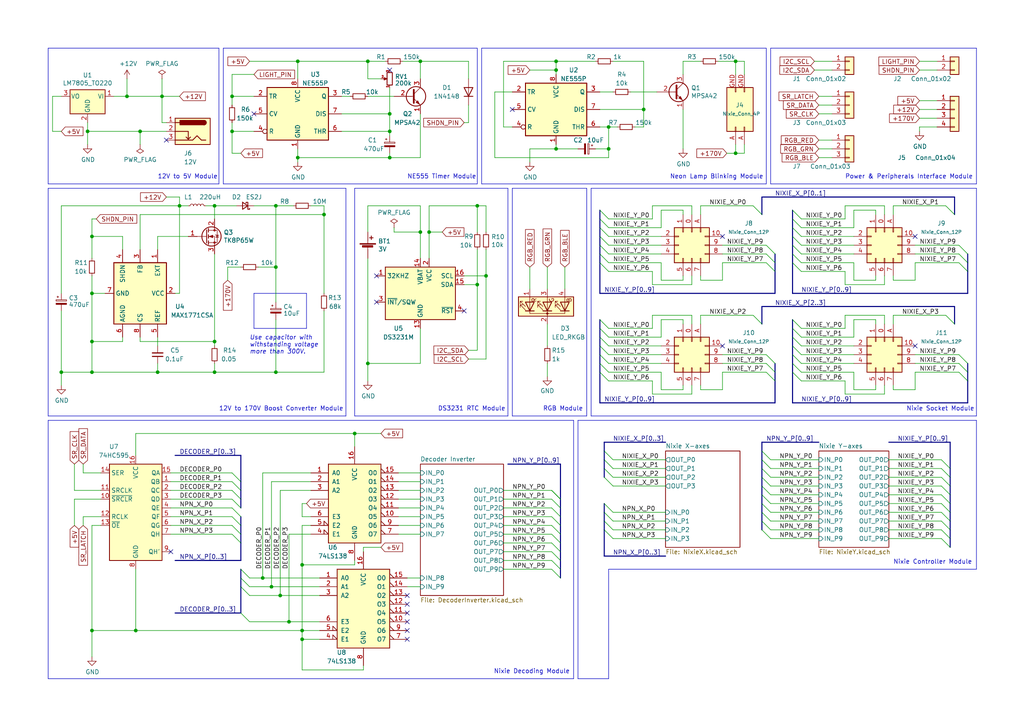
<source format=kicad_sch>
(kicad_sch (version 20230121) (generator eeschema)
  (paper "A4")
  (title_block (title "OpenNixie") (date "2023-02-09") (rev "v2.0"))
  (junction (at 26.67 182.88))
  (junction (at 81.28 172.72))
  (junction (at 62.23 99.06))
  (junction (at 124.46 67.31))
  (junction (at 161.29 43.18))
  (junction (at 40.64 38.1))
  (junction (at 46.99 27.94))
  (junction (at 78.74 170.18))
  (junction (at 161.29 20.32))
  (junction (at 67.31 38.1))
  (junction (at 121.92 67.31))
  (junction (at 76.2 167.64))
  (junction (at 161.29 17.78))
  (junction (at 80.01 107.95))
  (junction (at 87.63 182.88))
  (junction (at 176.53 36.83))
  (junction (at 80.01 77.47))
  (junction (at 113.03 33.02))
  (junction (at 17.78 107.95))
  (junction (at 121.92 17.78))
  (junction (at 87.63 185.42))
  (junction (at 52.07 59.69))
  (junction (at 138.43 59.69))
  (junction (at 36.83 27.94))
  (junction (at 26.67 107.95))
  (junction (at 106.68 17.78))
  (junction (at 176.53 43.18))
  (junction (at 93.98 62.23))
  (junction (at 62.23 59.69))
  (junction (at 62.23 107.95))
  (junction (at 26.67 99.06))
  (junction (at 186.69 31.75))
  (junction (at 140.97 80.01))
  (junction (at 86.36 45.72))
  (junction (at 80.01 59.69))
  (junction (at 87.63 163.83))
  (junction (at 102.87 125.73))
  (junction (at 26.67 68.58))
  (junction (at 138.43 82.55))
  (junction (at 67.31 27.94))
  (junction (at 213.36 44.45))
  (junction (at 86.36 17.78))
  (junction (at 25.4 38.1))
  (junction (at 39.37 182.88))
  (junction (at 113.03 45.72))
  (junction (at 26.67 85.09))
  (junction (at 106.68 105.41))
  (junction (at 213.36 17.78))
  (junction (at 113.03 38.1))
  (junction (at 45.72 107.95))
  (junction (at 83.82 180.34))
  (no_connect (at 109.22 87.63))
  (no_connect (at 265.43 68.58))
  (no_connect (at 265.43 100.33))
  (no_connect (at 209.55 68.58))
  (no_connect (at 118.11 185.42))
  (no_connect (at 118.11 177.8))
  (no_connect (at 49.53 160.02))
  (no_connect (at 113.03 20.32))
  (no_connect (at 118.11 175.26))
  (no_connect (at 48.26 40.64))
  (no_connect (at 109.22 80.01))
  (no_connect (at 209.55 100.33))
  (no_connect (at 118.11 180.34))
  (no_connect (at 118.11 182.88))
  (no_connect (at 134.62 90.17))
  (no_connect (at 148.59 31.75))
  (no_connect (at 118.11 172.72))
  (no_connect (at 73.66 33.02))
  (bus_entry (at 229.87 68.58) (size 2.54 2.54))
  (bus_entry (at 173.99 95.25) (size 2.54 2.54))
  (bus_entry (at 69.85 177.8) (size 2.54 2.54))
  (bus_entry (at 273.05 133.35) (size 2.54 2.54))
  (bus_entry (at 273.05 143.51) (size 2.54 2.54))
  (bus_entry (at 67.31 152.4) (size 2.54 2.54))
  (bus_entry (at 160.02 160.02) (size 2.54 2.54))
  (bus_entry (at 67.31 147.32) (size 2.54 2.54))
  (bus_entry (at 175.26 138.43) (size 2.54 2.54))
  (bus_entry (at 67.31 154.94) (size 2.54 2.54))
  (bus_entry (at 175.26 153.67) (size 2.54 2.54))
  (bus_entry (at 173.99 73.66) (size 2.54 2.54))
  (bus_entry (at 160.02 149.86) (size 2.54 2.54))
  (bus_entry (at 229.87 66.04) (size 2.54 2.54))
  (bus_entry (at 278.13 107.95) (size 2.54 2.54))
  (bus_entry (at 160.02 147.32) (size 2.54 2.54))
  (bus_entry (at 222.25 76.2) (size 2.54 2.54))
  (bus_entry (at 175.26 135.89) (size 2.54 2.54))
  (bus_entry (at 229.87 60.96) (size 2.54 2.54))
  (bus_entry (at 273.05 148.59) (size 2.54 2.54))
  (bus_entry (at 274.32 59.69) (size 2.54 2.54))
  (bus_entry (at 175.26 133.35) (size 2.54 2.54))
  (bus_entry (at 160.02 142.24) (size 2.54 2.54))
  (bus_entry (at 229.87 76.2) (size 2.54 2.54))
  (bus_entry (at 220.98 146.05) (size 2.54 2.54))
  (bus_entry (at 67.31 149.86) (size 2.54 2.54))
  (bus_entry (at 278.13 76.2) (size 2.54 2.54))
  (bus_entry (at 69.85 167.64) (size 2.54 2.54))
  (bus_entry (at 173.99 71.12) (size 2.54 2.54))
  (bus_entry (at 220.98 148.59) (size 2.54 2.54))
  (bus_entry (at 220.98 151.13) (size 2.54 2.54))
  (bus_entry (at 278.13 71.12) (size 2.54 2.54))
  (bus_entry (at 222.25 73.66) (size 2.54 2.54))
  (bus_entry (at 173.99 68.58) (size 2.54 2.54))
  (bus_entry (at 220.98 135.89) (size 2.54 2.54))
  (bus_entry (at 229.87 100.33) (size 2.54 2.54))
  (bus_entry (at 175.26 151.13) (size 2.54 2.54))
  (bus_entry (at 173.99 102.87) (size 2.54 2.54))
  (bus_entry (at 274.32 91.44) (size 2.54 2.54))
  (bus_entry (at 222.25 102.87) (size 2.54 2.54))
  (bus_entry (at 173.99 76.2) (size 2.54 2.54))
  (bus_entry (at 222.25 107.95) (size 2.54 2.54))
  (bus_entry (at 173.99 66.04) (size 2.54 2.54))
  (bus_entry (at 229.87 97.79) (size 2.54 2.54))
  (bus_entry (at 220.98 138.43) (size 2.54 2.54))
  (bus_entry (at 173.99 105.41) (size 2.54 2.54))
  (bus_entry (at 173.99 92.71) (size 2.54 2.54))
  (bus_entry (at 229.87 73.66) (size 2.54 2.54))
  (bus_entry (at 273.05 140.97) (size 2.54 2.54))
  (bus_entry (at 220.98 140.97) (size 2.54 2.54))
  (bus_entry (at 220.98 130.81) (size 2.54 2.54))
  (bus_entry (at 69.85 165.1) (size 2.54 2.54))
  (bus_entry (at 175.26 130.81) (size 2.54 2.54))
  (bus_entry (at 273.05 138.43) (size 2.54 2.54))
  (bus_entry (at 229.87 92.71) (size 2.54 2.54))
  (bus_entry (at 175.26 148.59) (size 2.54 2.54))
  (bus_entry (at 229.87 102.87) (size 2.54 2.54))
  (bus_entry (at 229.87 107.95) (size 2.54 2.54))
  (bus_entry (at 222.25 71.12) (size 2.54 2.54))
  (bus_entry (at 229.87 63.5) (size 2.54 2.54))
  (bus_entry (at 229.87 105.41) (size 2.54 2.54))
  (bus_entry (at 67.31 144.78) (size 2.54 2.54))
  (bus_entry (at 220.98 143.51) (size 2.54 2.54))
  (bus_entry (at 160.02 154.94) (size 2.54 2.54))
  (bus_entry (at 278.13 105.41) (size 2.54 2.54))
  (bus_entry (at 160.02 162.56) (size 2.54 2.54))
  (bus_entry (at 173.99 97.79) (size 2.54 2.54))
  (bus_entry (at 175.26 146.05) (size 2.54 2.54))
  (bus_entry (at 222.25 105.41) (size 2.54 2.54))
  (bus_entry (at 160.02 142.24) (size 2.54 2.54))
  (bus_entry (at 278.13 102.87) (size 2.54 2.54))
  (bus_entry (at 67.31 142.24) (size 2.54 2.54))
  (bus_entry (at 173.99 60.96) (size 2.54 2.54))
  (bus_entry (at 229.87 71.12) (size 2.54 2.54))
  (bus_entry (at 273.05 135.89) (size 2.54 2.54))
  (bus_entry (at 160.02 144.78) (size 2.54 2.54))
  (bus_entry (at 220.98 133.35) (size 2.54 2.54))
  (bus_entry (at 273.05 153.67) (size 2.54 2.54))
  (bus_entry (at 67.31 137.16) (size 2.54 2.54))
  (bus_entry (at 160.02 157.48) (size 2.54 2.54))
  (bus_entry (at 160.02 152.4) (size 2.54 2.54))
  (bus_entry (at 218.44 91.44) (size 2.54 2.54))
  (bus_entry (at 69.85 170.18) (size 2.54 2.54))
  (bus_entry (at 160.02 165.1) (size 2.54 2.54))
  (bus_entry (at 67.31 139.7) (size 2.54 2.54))
  (bus_entry (at 273.05 146.05) (size 2.54 2.54))
  (bus_entry (at 278.13 73.66) (size 2.54 2.54))
  (bus_entry (at 220.98 153.67) (size 2.54 2.54))
  (bus_entry (at 273.05 151.13) (size 2.54 2.54))
  (bus_entry (at 273.05 156.21) (size 2.54 2.54))
  (bus_entry (at 173.99 100.33) (size 2.54 2.54))
  (bus_entry (at 173.99 63.5) (size 2.54 2.54))
  (bus_entry (at 218.44 59.69) (size 2.54 2.54))
  (bus_entry (at 173.99 107.95) (size 2.54 2.54))
  (bus_entry (at 229.87 95.25) (size 2.54 2.54))
  (wire (pts (xy 247.65 107.95) (xy 232.41 107.95)))
  (bus (pts (xy 229.87 107.95) (xy 229.87 116.84)))
  (wire (pts (xy 140.97 80.01) (xy 140.97 104.14)))
  (wire (pts (xy 21.59 142.24) (xy 29.21 142.24)))
  (wire (pts (xy 209.55 76.2) (xy 209.55 81.28)))
  (wire (pts (xy 48.26 57.15) (xy 52.07 57.15)))
  (wire (pts (xy 254 113.03) (xy 247.65 113.03)))
  (wire (pts (xy 134.62 80.01) (xy 140.97 80.01)))
  (wire (pts (xy 49.53 137.16) (xy 67.31 137.16)))
  (wire (pts (xy 265.43 102.87) (xy 278.13 102.87)))
  (wire (pts (xy 177.8 156.21) (xy 193.04 156.21)))
  (wire (pts (xy 271.78 31.75) (xy 266.7 31.75)))
  (wire (pts (xy 256.54 82.55) (xy 245.11 82.55)))
  (bus (pts (xy 224.79 76.2) (xy 224.79 78.74)))
  (wire (pts (xy 237.49 40.64) (xy 241.3 40.64)))
  (wire (pts (xy 223.52 135.89) (xy 237.49 135.89)))
  (bus (pts (xy 224.79 73.66) (xy 224.79 76.2)))
  (wire (pts (xy 62.23 99.06) (xy 62.23 100.33)))
  (bus (pts (xy 229.87 60.96) (xy 229.87 63.5)))
  (wire (pts (xy 69.85 77.47) (xy 66.04 77.47)))
  (wire (pts (xy 146.05 157.48) (xy 160.02 157.48)))
  (wire (pts (xy 245.11 114.3) (xy 245.11 110.49)))
  (wire (pts (xy 200.66 93.98) (xy 200.66 91.44)))
  (wire (pts (xy 209.55 81.28) (xy 203.2 81.28)))
  (wire (pts (xy 257.81 156.21) (xy 273.05 156.21)))
  (wire (pts (xy 15.24 38.1) (xy 15.24 27.94)))
  (wire (pts (xy 191.77 113.03) (xy 191.77 107.95)))
  (wire (pts (xy 76.2 137.16) (xy 76.2 167.64)))
  (wire (pts (xy 87.63 152.4) (xy 90.17 152.4)))
  (wire (pts (xy 198.12 81.28) (xy 191.77 81.28)))
  (wire (pts (xy 200.66 114.3) (xy 189.23 114.3)))
  (bus (pts (xy 257.81 128.27) (xy 275.59 128.27)))
  (polyline (pts (xy 223.52 53.34) (xy 283.21 53.34)))
  (wire (pts (xy 146.05 36.83) (xy 146.05 17.78)))
  (wire (pts (xy 140.97 72.39) (xy 140.97 80.01)))
  (wire (pts (xy 177.8 138.43) (xy 193.04 138.43)))
  (bus (pts (xy 162.56 147.32) (xy 162.56 149.86)))
  (wire (pts (xy 78.74 170.18) (xy 92.71 170.18)))
  (wire (pts (xy 115.57 139.7) (xy 121.92 139.7)))
  (wire (pts (xy 213.36 44.45) (xy 215.9 44.45)))
  (wire (pts (xy 106.68 110.49) (xy 106.68 105.41)))
  (wire (pts (xy 76.2 167.64) (xy 92.71 167.64)))
  (wire (pts (xy 177.8 153.67) (xy 193.04 153.67)))
  (wire (pts (xy 21.59 134.62) (xy 21.59 142.24)))
  (wire (pts (xy 106.68 74.93) (xy 106.68 105.41)))
  (wire (pts (xy 115.57 152.4) (xy 121.92 152.4)))
  (wire (pts (xy 245.11 82.55) (xy 245.11 78.74)))
  (bus (pts (xy 173.99 66.04) (xy 173.99 68.58)))
  (polyline (pts (xy 171.45 120.65) (xy 283.21 120.65)))
  (wire (pts (xy 208.28 17.78) (xy 213.36 17.78)))
  (wire (pts (xy 106.68 59.69) (xy 106.68 67.31)))
  (polyline (pts (xy 13.97 120.65) (xy 13.97 54.61)))
  (wire (pts (xy 80.01 59.69) (xy 80.01 77.47)))
  (wire (pts (xy 52.07 27.94) (xy 46.99 27.94)))
  (wire (pts (xy 223.52 151.13) (xy 237.49 151.13)))
  (bus (pts (xy 224.79 110.49) (xy 224.79 116.84)))
  (wire (pts (xy 148.59 36.83) (xy 146.05 36.83)))
  (wire (pts (xy 265.43 76.2) (xy 278.13 76.2)))
  (wire (pts (xy 247.65 76.2) (xy 232.41 76.2)))
  (bus (pts (xy 220.98 57.15) (xy 276.86 57.15)))
  (wire (pts (xy 46.99 22.86) (xy 46.99 27.94)))
  (wire (pts (xy 266.7 38.1) (xy 266.7 36.83)))
  (polyline (pts (xy 222.25 53.34) (xy 139.7 53.34)))
  (wire (pts (xy 74.93 77.47) (xy 80.01 77.47)))
  (wire (pts (xy 121.92 17.78) (xy 135.89 17.78)))
  (wire (pts (xy 67.31 30.48) (xy 67.31 27.94)))
  (wire (pts (xy 223.52 156.21) (xy 237.49 156.21)))
  (bus (pts (xy 69.85 139.7) (xy 69.85 142.24)))
  (bus (pts (xy 220.98 138.43) (xy 220.98 140.97)))
  (wire (pts (xy 146.05 160.02) (xy 160.02 160.02)))
  (wire (pts (xy 223.52 138.43) (xy 237.49 138.43)))
  (wire (pts (xy 110.49 22.86) (xy 106.68 22.86)))
  (wire (pts (xy 81.28 142.24) (xy 90.17 142.24)))
  (wire (pts (xy 256.54 59.69) (xy 245.11 59.69)))
  (wire (pts (xy 245.11 95.25) (xy 232.41 95.25)))
  (wire (pts (xy 135.89 17.78) (xy 135.89 22.86)))
  (bus (pts (xy 173.99 63.5) (xy 173.99 66.04)))
  (wire (pts (xy 102.87 125.73) (xy 102.87 129.54)))
  (wire (pts (xy 67.31 38.1) (xy 67.31 44.45)))
  (wire (pts (xy 73.66 59.69) (xy 80.01 59.69)))
  (wire (pts (xy 115.57 144.78) (xy 121.92 144.78)))
  (wire (pts (xy 254 60.96) (xy 247.65 60.96)))
  (wire (pts (xy 245.11 63.5) (xy 245.11 59.69)))
  (bus (pts (xy 50.8 162.56) (xy 69.85 162.56)))
  (bus (pts (xy 224.79 78.74) (xy 224.79 85.09)))
  (wire (pts (xy 203.2 93.98) (xy 203.2 91.44)))
  (wire (pts (xy 146.05 149.86) (xy 160.02 149.86)))
  (polyline (pts (xy 63.5 13.97) (xy 63.5 53.34)))
  (wire (pts (xy 115.57 142.24) (xy 121.92 142.24)))
  (wire (pts (xy 40.64 38.1) (xy 40.64 41.91)))
  (wire (pts (xy 86.36 17.78) (xy 86.36 22.86)))
  (polyline (pts (xy 64.77 53.34) (xy 138.43 53.34)))
  (wire (pts (xy 17.78 85.09) (xy 17.78 59.69)))
  (bus (pts (xy 220.98 143.51) (xy 220.98 146.05)))
  (wire (pts (xy 21.59 144.78) (xy 29.21 144.78)))
  (wire (pts (xy 121.92 59.69) (xy 121.92 67.31)))
  (wire (pts (xy 83.82 154.94) (xy 90.17 154.94)))
  (wire (pts (xy 191.77 73.66) (xy 176.53 73.66)))
  (bus (pts (xy 162.56 154.94) (xy 162.56 157.48)))
  (wire (pts (xy 266.7 29.21) (xy 271.78 29.21)))
  (bus (pts (xy 220.98 148.59) (xy 220.98 151.13)))
  (bus (pts (xy 229.87 63.5) (xy 229.87 66.04)))
  (wire (pts (xy 232.41 110.49) (xy 245.11 110.49)))
  (wire (pts (xy 113.03 38.1) (xy 113.03 39.37)))
  (bus (pts (xy 220.98 130.81) (xy 220.98 133.35)))
  (wire (pts (xy 203.2 59.69) (xy 218.44 59.69)))
  (polyline (pts (xy 170.18 54.61) (xy 170.18 120.65)))
  (polyline (pts (xy 167.64 196.85) (xy 176.53 196.85)))
  (wire (pts (xy 245.11 95.25) (xy 245.11 91.44)))
  (wire (pts (xy 25.4 38.1) (xy 25.4 41.91)))
  (bus (pts (xy 173.99 68.58) (xy 173.99 71.12)))
  (wire (pts (xy 87.63 163.83) (xy 87.63 182.88)))
  (wire (pts (xy 80.01 77.47) (xy 80.01 87.63)))
  (wire (pts (xy 90.17 59.69) (xy 93.98 59.69)))
  (wire (pts (xy 200.66 91.44) (xy 189.23 91.44)))
  (wire (pts (xy 213.36 44.45) (xy 213.36 41.91)))
  (bus (pts (xy 224.79 105.41) (xy 224.79 107.95)))
  (wire (pts (xy 256.54 111.76) (xy 256.54 114.3)))
  (bus (pts (xy 162.56 165.1) (xy 162.56 167.64)))
  (wire (pts (xy 35.56 68.58) (xy 35.56 72.39)))
  (bus (pts (xy 147.32 134.62) (xy 162.56 134.62)))
  (bus (pts (xy 229.87 97.79) (xy 229.87 100.33)))
  (wire (pts (xy 257.81 138.43) (xy 273.05 138.43)))
  (bus (pts (xy 69.85 144.78) (xy 69.85 147.32)))
  (wire (pts (xy 177.8 140.97) (xy 193.04 140.97)))
  (bus (pts (xy 173.99 100.33) (xy 173.99 102.87)))
  (wire (pts (xy 148.59 26.67) (xy 143.51 26.67)))
  (wire (pts (xy 72.39 170.18) (xy 78.74 170.18)))
  (bus (pts (xy 224.79 107.95) (xy 224.79 110.49)))
  (bus (pts (xy 220.98 135.89) (xy 220.98 138.43)))
  (wire (pts (xy 99.06 33.02) (xy 113.03 33.02)))
  (wire (pts (xy 198.12 93.98) (xy 198.12 92.71)))
  (wire (pts (xy 118.11 170.18) (xy 121.92 170.18)))
  (wire (pts (xy 247.65 66.04) (xy 232.41 66.04)))
  (wire (pts (xy 115.57 137.16) (xy 121.92 137.16)))
  (bus (pts (xy 69.85 170.18) (xy 69.85 177.8)))
  (wire (pts (xy 158.75 105.41) (xy 158.75 109.22)))
  (wire (pts (xy 26.67 107.95) (xy 45.72 107.95)))
  (wire (pts (xy 113.03 38.1) (xy 99.06 38.1)))
  (bus (pts (xy 220.98 88.9) (xy 276.86 88.9)))
  (bus (pts (xy 69.85 167.64) (xy 69.85 170.18)))
  (bus (pts (xy 173.99 105.41) (xy 173.99 107.95)))
  (wire (pts (xy 121.92 105.41) (xy 121.92 95.25)))
  (polyline (pts (xy 283.21 120.65) (xy 283.21 54.61)))
  (wire (pts (xy 39.37 182.88) (xy 87.63 182.88)))
  (bus (pts (xy 175.26 153.67) (xy 175.26 161.29)))
  (polyline (pts (xy 13.97 53.34) (xy 13.97 13.97)))
  (bus (pts (xy 69.85 165.1) (xy 69.85 167.64)))
  (wire (pts (xy 200.66 111.76) (xy 200.66 114.3)))
  (wire (pts (xy 52.07 57.15) (xy 52.07 59.69)))
  (wire (pts (xy 247.65 66.04) (xy 247.65 60.96)))
  (wire (pts (xy 189.23 63.5) (xy 189.23 59.69)))
  (wire (pts (xy 76.2 137.16) (xy 90.17 137.16)))
  (polyline (pts (xy 166.37 196.85) (xy 166.37 121.92)))
  (wire (pts (xy 161.29 20.32) (xy 161.29 21.59)))
  (wire (pts (xy 193.04 133.35) (xy 177.8 133.35)))
  (bus (pts (xy 173.99 85.09) (xy 224.79 85.09)))
  (wire (pts (xy 256.54 114.3) (xy 245.11 114.3)))
  (bus (pts (xy 229.87 85.09) (xy 280.67 85.09)))
  (bus (pts (xy 275.59 135.89) (xy 275.59 138.43)))
  (wire (pts (xy 40.64 62.23) (xy 93.98 62.23)))
  (bus (pts (xy 220.98 62.23) (xy 220.98 57.15)))
  (wire (pts (xy 124.46 59.69) (xy 124.46 67.31)))
  (wire (pts (xy 40.64 38.1) (xy 48.26 38.1)))
  (wire (pts (xy 247.65 102.87) (xy 232.41 102.87)))
  (wire (pts (xy 198.12 60.96) (xy 191.77 60.96)))
  (wire (pts (xy 26.67 63.5) (xy 27.94 63.5)))
  (wire (pts (xy 81.28 142.24) (xy 81.28 172.72)))
  (wire (pts (xy 265.43 113.03) (xy 259.08 113.03)))
  (wire (pts (xy 191.77 105.41) (xy 176.53 105.41)))
  (wire (pts (xy 106.68 17.78) (xy 111.76 17.78)))
  (wire (pts (xy 191.77 97.79) (xy 191.77 92.71)))
  (wire (pts (xy 256.54 93.98) (xy 256.54 91.44)))
  (wire (pts (xy 232.41 78.74) (xy 245.11 78.74)))
  (wire (pts (xy 106.68 17.78) (xy 86.36 17.78)))
  (wire (pts (xy 83.82 180.34) (xy 92.71 180.34)))
  (wire (pts (xy 49.53 154.94) (xy 67.31 154.94)))
  (bus (pts (xy 69.85 142.24) (xy 69.85 144.78)))
  (wire (pts (xy 62.23 73.66) (xy 62.23 99.06)))
  (polyline (pts (xy 73.66 85.09) (xy 73.66 95.25)))
  (polyline (pts (xy 166.37 121.92) (xy 13.97 121.92)))
  (bus (pts (xy 173.99 60.96) (xy 173.99 63.5)))
  (wire (pts (xy 105.41 158.75) (xy 110.49 158.75)))
  (wire (pts (xy 134.62 82.55) (xy 138.43 82.55)))
  (wire (pts (xy 191.77 97.79) (xy 176.53 97.79)))
  (wire (pts (xy 46.99 35.56) (xy 48.26 35.56)))
  (wire (pts (xy 176.53 110.49) (xy 189.23 110.49)))
  (wire (pts (xy 72.39 17.78) (xy 86.36 17.78)))
  (wire (pts (xy 146.05 162.56) (xy 160.02 162.56)))
  (wire (pts (xy 189.23 82.55) (xy 189.23 78.74)))
  (wire (pts (xy 121.92 67.31) (xy 121.92 74.93)))
  (polyline (pts (xy 13.97 196.85) (xy 166.37 196.85)))
  (wire (pts (xy 46.99 27.94) (xy 46.99 35.56)))
  (wire (pts (xy 67.31 27.94) (xy 73.66 27.94)))
  (wire (pts (xy 247.65 73.66) (xy 232.41 73.66)))
  (bus (pts (xy 275.59 138.43) (xy 275.59 140.97)))
  (wire (pts (xy 143.51 45.72) (xy 176.53 45.72)))
  (wire (pts (xy 26.67 68.58) (xy 35.56 68.58)))
  (wire (pts (xy 80.01 59.69) (xy 85.09 59.69)))
  (wire (pts (xy 191.77 76.2) (xy 176.53 76.2)))
  (wire (pts (xy 237.49 45.72) (xy 241.3 45.72)))
  (bus (pts (xy 280.67 76.2) (xy 280.67 78.74)))
  (wire (pts (xy 26.67 85.09) (xy 26.67 99.06)))
  (wire (pts (xy 186.69 17.78) (xy 186.69 31.75)))
  (polyline (pts (xy 100.33 120.65) (xy 13.97 120.65)))
  (wire (pts (xy 191.77 71.12) (xy 176.53 71.12)))
  (wire (pts (xy 72.39 180.34) (xy 83.82 180.34)))
  (wire (pts (xy 189.23 114.3) (xy 189.23 110.49)))
  (wire (pts (xy 198.12 31.75) (xy 198.12 43.18)))
  (wire (pts (xy 93.98 62.23) (xy 93.98 85.09)))
  (wire (pts (xy 191.77 102.87) (xy 176.53 102.87)))
  (wire (pts (xy 191.77 100.33) (xy 176.53 100.33)))
  (wire (pts (xy 213.36 17.78) (xy 215.9 17.78)))
  (wire (pts (xy 146.05 152.4) (xy 160.02 152.4)))
  (wire (pts (xy 209.55 102.87) (xy 222.25 102.87)))
  (bus (pts (xy 175.26 128.27) (xy 193.04 128.27)))
  (wire (pts (xy 40.64 72.39) (xy 40.64 62.23)))
  (wire (pts (xy 247.65 97.79) (xy 232.41 97.79)))
  (wire (pts (xy 146.05 154.94) (xy 160.02 154.94)))
  (bus (pts (xy 220.98 93.98) (xy 220.98 88.9)))
  (bus (pts (xy 220.98 140.97) (xy 220.98 143.51)))
  (polyline (pts (xy 13.97 121.92) (xy 13.97 196.85)))
  (wire (pts (xy 257.81 151.13) (xy 273.05 151.13)))
  (bus (pts (xy 173.99 92.71) (xy 173.99 95.25)))
  (wire (pts (xy 256.54 80.01) (xy 256.54 82.55)))
  (wire (pts (xy 153.67 77.47) (xy 153.67 83.82)))
  (wire (pts (xy 257.81 143.51) (xy 273.05 143.51)))
  (bus (pts (xy 69.85 149.86) (xy 69.85 152.4)))
  (bus (pts (xy 220.98 130.81) (xy 220.98 128.27)))
  (wire (pts (xy 33.02 27.94) (xy 36.83 27.94)))
  (polyline (pts (xy 102.87 120.65) (xy 102.87 54.61)))
  (wire (pts (xy 39.37 182.88) (xy 26.67 182.88)))
  (wire (pts (xy 67.31 35.56) (xy 67.31 38.1)))
  (wire (pts (xy 241.3 33.02) (xy 237.49 33.02)))
  (polyline (pts (xy 283.21 13.97) (xy 223.52 13.97)))
  (wire (pts (xy 247.65 97.79) (xy 247.65 92.71)))
  (bus (pts (xy 162.56 144.78) (xy 162.56 134.62)))
  (wire (pts (xy 115.57 154.94) (xy 121.92 154.94)))
  (wire (pts (xy 49.53 139.7) (xy 67.31 139.7)))
  (wire (pts (xy 177.8 151.13) (xy 193.04 151.13)))
  (wire (pts (xy 24.13 137.16) (xy 29.21 137.16)))
  (wire (pts (xy 237.49 27.94) (xy 241.3 27.94)))
  (wire (pts (xy 52.07 59.69) (xy 52.07 85.09)))
  (polyline (pts (xy 102.87 54.61) (xy 147.32 54.61)))
  (wire (pts (xy 49.53 142.24) (xy 67.31 142.24)))
  (wire (pts (xy 146.05 144.78) (xy 160.02 144.78)))
  (wire (pts (xy 143.51 26.67) (xy 143.51 45.72)))
  (bus (pts (xy 229.87 95.25) (xy 229.87 97.79)))
  (wire (pts (xy 39.37 165.1) (xy 39.37 182.88)))
  (bus (pts (xy 175.26 161.29) (xy 193.04 161.29)))
  (wire (pts (xy 176.53 78.74) (xy 189.23 78.74)))
  (wire (pts (xy 72.39 172.72) (xy 81.28 172.72)))
  (wire (pts (xy 15.24 27.94) (xy 17.78 27.94)))
  (wire (pts (xy 86.36 46.99) (xy 86.36 45.72)))
  (wire (pts (xy 62.23 105.41) (xy 62.23 107.95)))
  (wire (pts (xy 87.63 146.05) (xy 88.9 146.05)))
  (polyline (pts (xy 139.7 13.97) (xy 222.25 13.97)))
  (wire (pts (xy 118.11 167.64) (xy 121.92 167.64)))
  (wire (pts (xy 83.82 180.34) (xy 83.82 154.94)))
  (wire (pts (xy 106.68 27.94) (xy 114.3 27.94)))
  (polyline (pts (xy 139.7 53.34) (xy 139.7 13.97)))
  (wire (pts (xy 191.77 81.28) (xy 191.77 76.2)))
  (wire (pts (xy 62.23 107.95) (xy 80.01 107.95)))
  (wire (pts (xy 78.74 139.7) (xy 78.74 170.18)))
  (wire (pts (xy 45.72 68.58) (xy 54.61 68.58)))
  (wire (pts (xy 87.63 185.42) (xy 92.71 185.42)))
  (wire (pts (xy 198.12 17.78) (xy 203.2 17.78)))
  (bus (pts (xy 280.67 78.74) (xy 280.67 85.09)))
  (wire (pts (xy 254 80.01) (xy 254 81.28)))
  (wire (pts (xy 259.08 113.03) (xy 259.08 111.76)))
  (wire (pts (xy 146.05 147.32) (xy 160.02 147.32)))
  (bus (pts (xy 229.87 102.87) (xy 229.87 105.41)))
  (wire (pts (xy 62.23 59.69) (xy 62.23 63.5)))
  (wire (pts (xy 265.43 81.28) (xy 259.08 81.28)))
  (wire (pts (xy 105.41 194.31) (xy 105.41 193.04)))
  (wire (pts (xy 25.4 35.56) (xy 25.4 38.1)))
  (bus (pts (xy 275.59 143.51) (xy 275.59 146.05)))
  (wire (pts (xy 72.39 167.64) (xy 76.2 167.64)))
  (wire (pts (xy 247.65 100.33) (xy 232.41 100.33)))
  (wire (pts (xy 146.05 165.1) (xy 160.02 165.1)))
  (bus (pts (xy 276.86 88.9) (xy 276.86 93.98)))
  (wire (pts (xy 215.9 44.45) (xy 215.9 41.91)))
  (wire (pts (xy 121.92 17.78) (xy 121.92 22.86)))
  (wire (pts (xy 209.55 73.66) (xy 222.25 73.66)))
  (wire (pts (xy 86.36 43.18) (xy 86.36 45.72)))
  (wire (pts (xy 237.49 43.18) (xy 241.3 43.18)))
  (wire (pts (xy 257.81 146.05) (xy 273.05 146.05)))
  (bus (pts (xy 50.8 177.8) (xy 69.85 177.8)))
  (bus (pts (xy 175.26 130.81) (xy 175.26 133.35)))
  (wire (pts (xy 254 92.71) (xy 247.65 92.71)))
  (wire (pts (xy 182.88 26.67) (xy 190.5 26.67)))
  (wire (pts (xy 36.83 27.94) (xy 36.83 22.86)))
  (wire (pts (xy 203.2 91.44) (xy 218.44 91.44)))
  (wire (pts (xy 26.67 68.58) (xy 26.67 74.93)))
  (polyline (pts (xy 171.45 54.61) (xy 171.45 120.65)))
  (wire (pts (xy 173.99 26.67) (xy 177.8 26.67)))
  (wire (pts (xy 93.98 90.17) (xy 93.98 107.95)))
  (polyline (pts (xy 64.77 13.97) (xy 138.43 13.97)))
  (wire (pts (xy 198.12 62.23) (xy 198.12 60.96)))
  (wire (pts (xy 21.59 144.78) (xy 21.59 152.4)))
  (bus (pts (xy 229.87 92.71) (xy 229.87 95.25)))
  (wire (pts (xy 209.55 105.41) (xy 222.25 105.41)))
  (wire (pts (xy 266.7 34.29) (xy 271.78 34.29)))
  (wire (pts (xy 87.63 146.05) (xy 87.63 149.86)))
  (bus (pts (xy 229.87 73.66) (xy 229.87 76.2)))
  (wire (pts (xy 247.65 68.58) (xy 232.41 68.58)))
  (polyline (pts (xy 88.9 85.09) (xy 88.9 95.25)))
  (wire (pts (xy 113.03 25.4) (xy 113.03 33.02)))
  (wire (pts (xy 26.67 68.58) (xy 26.67 63.5)))
  (wire (pts (xy 186.69 31.75) (xy 186.69 36.83)))
  (wire (pts (xy 158.75 93.98) (xy 158.75 100.33)))
  (wire (pts (xy 176.53 36.83) (xy 179.07 36.83)))
  (wire (pts (xy 257.81 135.89) (xy 273.05 135.89)))
  (polyline (pts (xy 64.77 13.97) (xy 64.77 53.34)))
  (wire (pts (xy 93.98 59.69) (xy 93.98 62.23)))
  (polyline (pts (xy 13.97 54.61) (xy 100.33 54.61)))
  (wire (pts (xy 135.89 101.6) (xy 138.43 101.6)))
  (wire (pts (xy 265.43 105.41) (xy 278.13 105.41)))
  (bus (pts (xy 229.87 100.33) (xy 229.87 102.87)))
  (wire (pts (xy 54.61 59.69) (xy 52.07 59.69)))
  (wire (pts (xy 67.31 21.59) (xy 67.31 27.94)))
  (bus (pts (xy 229.87 116.84) (xy 280.67 116.84)))
  (wire (pts (xy 209.55 76.2) (xy 222.25 76.2)))
  (bus (pts (xy 173.99 107.95) (xy 173.99 116.84)))
  (wire (pts (xy 254 93.98) (xy 254 92.71)))
  (wire (pts (xy 256.54 62.23) (xy 256.54 59.69)))
  (bus (pts (xy 220.98 133.35) (xy 220.98 135.89)))
  (wire (pts (xy 257.81 140.97) (xy 273.05 140.97)))
  (wire (pts (xy 173.99 31.75) (xy 186.69 31.75)))
  (wire (pts (xy 102.87 163.83) (xy 102.87 162.56)))
  (wire (pts (xy 140.97 59.69) (xy 140.97 67.31)))
  (bus (pts (xy 276.86 57.15) (xy 276.86 62.23)))
  (wire (pts (xy 78.74 139.7) (xy 90.17 139.7)))
  (wire (pts (xy 161.29 41.91) (xy 161.29 43.18)))
  (bus (pts (xy 173.99 76.2) (xy 173.99 85.09)))
  (polyline (pts (xy 147.32 120.65) (xy 102.87 120.65)))
  (wire (pts (xy 163.83 77.47) (xy 163.83 83.82)))
  (wire (pts (xy 17.78 107.95) (xy 26.67 107.95)))
  (bus (pts (xy 229.87 66.04) (xy 229.87 68.58)))
  (wire (pts (xy 203.2 113.03) (xy 203.2 111.76)))
  (wire (pts (xy 257.81 148.59) (xy 273.05 148.59)))
  (bus (pts (xy 280.67 107.95) (xy 280.67 110.49)))
  (wire (pts (xy 198.12 92.71) (xy 191.77 92.71)))
  (polyline (pts (xy 13.97 13.97) (xy 63.5 13.97)))
  (wire (pts (xy 223.52 148.59) (xy 237.49 148.59)))
  (polyline (pts (xy 148.59 54.61) (xy 148.59 120.65)))
  (wire (pts (xy 259.08 91.44) (xy 274.32 91.44)))
  (wire (pts (xy 161.29 17.78) (xy 161.29 20.32)))
  (wire (pts (xy 87.63 194.31) (xy 105.41 194.31)))
  (wire (pts (xy 259.08 62.23) (xy 259.08 59.69)))
  (wire (pts (xy 114.3 67.31) (xy 121.92 67.31)))
  (wire (pts (xy 45.72 97.79) (xy 45.72 100.33)))
  (wire (pts (xy 99.06 27.94) (xy 101.6 27.94)))
  (bus (pts (xy 275.59 156.21) (xy 275.59 158.75)))
  (polyline (pts (xy 283.21 121.92) (xy 283.21 165.1)))
  (polyline (pts (xy 100.33 54.61) (xy 100.33 120.65)))
  (wire (pts (xy 45.72 107.95) (xy 62.23 107.95)))
  (wire (pts (xy 17.78 59.69) (xy 52.07 59.69)))
  (wire (pts (xy 26.67 99.06) (xy 26.67 107.95)))
  (bus (pts (xy 162.56 162.56) (xy 162.56 165.1)))
  (bus (pts (xy 275.59 140.97) (xy 275.59 143.51)))
  (wire (pts (xy 39.37 125.73) (xy 39.37 132.08)))
  (wire (pts (xy 172.72 43.18) (xy 176.53 43.18)))
  (wire (pts (xy 87.63 149.86) (xy 90.17 149.86)))
  (wire (pts (xy 49.53 147.32) (xy 67.31 147.32)))
  (polyline (pts (xy 170.18 120.65) (xy 148.59 120.65)))
  (wire (pts (xy 40.64 99.06) (xy 62.23 99.06)))
  (wire (pts (xy 115.57 147.32) (xy 121.92 147.32)))
  (wire (pts (xy 62.23 59.69) (xy 68.58 59.69)))
  (wire (pts (xy 81.28 172.72) (xy 92.71 172.72)))
  (bus (pts (xy 175.26 135.89) (xy 175.26 138.43)))
  (wire (pts (xy 110.49 125.73) (xy 102.87 125.73)))
  (polyline (pts (xy 167.64 121.92) (xy 283.21 121.92)))
  (wire (pts (xy 87.63 182.88) (xy 87.63 185.42)))
  (wire (pts (xy 198.12 113.03) (xy 191.77 113.03)))
  (bus (pts (xy 162.56 160.02) (xy 162.56 162.56)))
  (wire (pts (xy 203.2 62.23) (xy 203.2 59.69)))
  (wire (pts (xy 146.05 17.78) (xy 161.29 17.78)))
  (bus (pts (xy 280.67 105.41) (xy 280.67 107.95)))
  (wire (pts (xy 189.23 95.25) (xy 189.23 91.44)))
  (wire (pts (xy 247.65 105.41) (xy 232.41 105.41)))
  (wire (pts (xy 24.13 149.86) (xy 29.21 149.86)))
  (wire (pts (xy 247.65 81.28) (xy 247.65 76.2)))
  (wire (pts (xy 254 111.76) (xy 254 113.03)))
  (wire (pts (xy 200.66 59.69) (xy 189.23 59.69)))
  (wire (pts (xy 191.77 66.04) (xy 176.53 66.04)))
  (wire (pts (xy 50.8 85.09) (xy 52.07 85.09)))
  (wire (pts (xy 265.43 76.2) (xy 265.43 81.28)))
  (polyline (pts (xy 176.53 165.1) (xy 283.21 165.1)))
  (polyline (pts (xy 222.25 13.97) (xy 222.25 53.34)))
  (wire (pts (xy 17.78 111.76) (xy 17.78 107.95)))
  (wire (pts (xy 223.52 146.05) (xy 237.49 146.05)))
  (wire (pts (xy 259.08 59.69) (xy 274.32 59.69)))
  (polyline (pts (xy 283.21 53.34) (xy 283.21 13.97)))
  (polyline (pts (xy 283.21 54.61) (xy 171.45 54.61)))
  (wire (pts (xy 36.83 27.94) (xy 46.99 27.94)))
  (wire (pts (xy 209.55 71.12) (xy 222.25 71.12)))
  (wire (pts (xy 135.89 35.56) (xy 134.62 35.56)))
  (wire (pts (xy 161.29 43.18) (xy 167.64 43.18)))
  (wire (pts (xy 193.04 148.59) (xy 177.8 148.59)))
  (polyline (pts (xy 167.64 121.92) (xy 167.64 196.85)))
  (wire (pts (xy 105.41 160.02) (xy 105.41 158.75)))
  (polyline (pts (xy 176.53 196.85) (xy 176.53 165.1)))
  (wire (pts (xy 17.78 38.1) (xy 15.24 38.1)))
  (wire (pts (xy 209.55 107.95) (xy 222.25 107.95)))
  (bus (pts (xy 220.98 146.05) (xy 220.98 148.59)))
  (wire (pts (xy 271.78 36.83) (xy 266.7 36.83)))
  (wire (pts (xy 198.12 21.59) (xy 198.12 17.78)))
  (bus (pts (xy 162.56 152.4) (xy 162.56 154.94)))
  (bus (pts (xy 275.59 148.59) (xy 275.59 151.13)))
  (wire (pts (xy 87.63 163.83) (xy 102.87 163.83)))
  (wire (pts (xy 191.77 66.04) (xy 191.77 60.96)))
  (wire (pts (xy 124.46 67.31) (xy 128.27 67.31)))
  (wire (pts (xy 114.3 66.04) (xy 114.3 67.31)))
  (wire (pts (xy 115.57 149.86) (xy 121.92 149.86)))
  (wire (pts (xy 92.71 182.88) (xy 87.63 182.88)))
  (bus (pts (xy 173.99 116.84) (xy 224.79 116.84)))
  (wire (pts (xy 113.03 44.45) (xy 113.03 45.72)))
  (wire (pts (xy 223.52 153.67) (xy 237.49 153.67)))
  (wire (pts (xy 24.13 152.4) (xy 24.13 149.86)))
  (wire (pts (xy 241.3 17.78) (xy 236.22 17.78)))
  (wire (pts (xy 106.68 17.78) (xy 106.68 22.86)))
  (bus (pts (xy 229.87 105.41) (xy 229.87 107.95)))
  (bus (pts (xy 175.26 151.13) (xy 175.26 153.67)))
  (wire (pts (xy 176.53 43.18) (xy 176.53 36.83)))
  (bus (pts (xy 69.85 157.48) (xy 69.85 162.56)))
  (wire (pts (xy 213.36 17.78) (xy 213.36 21.59)))
  (wire (pts (xy 135.89 104.14) (xy 140.97 104.14)))
  (bus (pts (xy 275.59 153.67) (xy 275.59 156.21)))
  (wire (pts (xy 146.05 142.24) (xy 160.02 142.24)))
  (wire (pts (xy 30.48 85.09) (xy 26.67 85.09)))
  (wire (pts (xy 59.69 59.69) (xy 62.23 59.69)))
  (bus (pts (xy 173.99 97.79) (xy 173.99 100.33)))
  (wire (pts (xy 257.81 153.67) (xy 273.05 153.67)))
  (wire (pts (xy 138.43 59.69) (xy 140.97 59.69)))
  (bus (pts (xy 175.26 146.05) (xy 175.26 148.59)))
  (wire (pts (xy 177.8 135.89) (xy 193.04 135.89)))
  (wire (pts (xy 153.67 20.32) (xy 161.29 20.32)))
  (wire (pts (xy 200.66 62.23) (xy 200.66 59.69)))
  (bus (pts (xy 229.87 71.12) (xy 229.87 73.66)))
  (wire (pts (xy 161.29 43.18) (xy 153.67 43.18)))
  (polyline (pts (xy 138.43 13.97) (xy 138.43 53.34)))
  (wire (pts (xy 236.22 20.32) (xy 241.3 20.32)))
  (bus (pts (xy 69.85 139.7) (xy 69.85 132.08)))
  (wire (pts (xy 266.7 17.78) (xy 271.78 17.78)))
  (wire (pts (xy 26.67 182.88) (xy 26.67 190.5)))
  (wire (pts (xy 87.63 152.4) (xy 87.63 163.83)))
  (wire (pts (xy 215.9 17.78) (xy 215.9 21.59)))
  (wire (pts (xy 124.46 67.31) (xy 124.46 74.93)))
  (polyline (pts (xy 223.52 13.97) (xy 223.52 53.34)))
  (wire (pts (xy 26.67 99.06) (xy 35.56 99.06)))
  (wire (pts (xy 254 81.28) (xy 247.65 81.28)))
  (wire (pts (xy 106.68 105.41) (xy 121.92 105.41)))
  (wire (pts (xy 113.03 45.72) (xy 121.92 45.72)))
  (wire (pts (xy 223.52 143.51) (xy 237.49 143.51)))
  (wire (pts (xy 106.68 59.69) (xy 121.92 59.69)))
  (wire (pts (xy 121.92 33.02) (xy 121.92 45.72)))
  (bus (pts (xy 50.8 132.08) (xy 69.85 132.08)))
  (wire (pts (xy 198.12 80.01) (xy 198.12 81.28)))
  (wire (pts (xy 209.55 113.03) (xy 203.2 113.03)))
  (bus (pts (xy 229.87 76.2) (xy 229.87 85.09)))
  (wire (pts (xy 17.78 90.17) (xy 17.78 107.95)))
  (bus (pts (xy 162.56 149.86) (xy 162.56 152.4)))
  (bus (pts (xy 280.67 73.66) (xy 280.67 76.2)))
  (bus (pts (xy 175.26 133.35) (xy 175.26 135.89)))
  (bus (pts (xy 175.26 148.59) (xy 175.26 151.13)))
  (wire (pts (xy 35.56 99.06) (xy 35.56 97.79)))
  (polyline (pts (xy 147.32 54.61) (xy 147.32 120.65)))
  (wire (pts (xy 116.84 17.78) (xy 121.92 17.78)))
  (wire (pts (xy 113.03 45.72) (xy 86.36 45.72)))
  (wire (pts (xy 67.31 38.1) (xy 73.66 38.1)))
  (wire (pts (xy 209.55 107.95) (xy 209.55 113.03)))
  (polyline (pts (xy 73.66 85.09) (xy 88.9 85.09)))
  (wire (pts (xy 265.43 107.95) (xy 278.13 107.95)))
  (wire (pts (xy 176.53 36.83) (xy 173.99 36.83)))
  (wire (pts (xy 25.4 38.1) (xy 40.64 38.1)))
  (wire (pts (xy 49.53 149.86) (xy 67.31 149.86)))
  (bus (pts (xy 275.59 135.89) (xy 275.59 128.27)))
  (bus (pts (xy 275.59 146.05) (xy 275.59 148.59)))
  (wire (pts (xy 39.37 125.73) (xy 102.87 125.73)))
  (wire (pts (xy 138.43 67.31) (xy 138.43 59.69)))
  (wire (pts (xy 254 62.23) (xy 254 60.96)))
  (bus (pts (xy 173.99 102.87) (xy 173.99 105.41)))
  (wire (pts (xy 189.23 63.5) (xy 176.53 63.5)))
  (wire (pts (xy 257.81 133.35) (xy 273.05 133.35)))
  (bus (pts (xy 173.99 95.25) (xy 173.99 97.79)))
  (wire (pts (xy 265.43 71.12) (xy 278.13 71.12)))
  (wire (pts (xy 203.2 81.28) (xy 203.2 80.01)))
  (wire (pts (xy 26.67 80.01) (xy 26.67 85.09)))
  (bus (pts (xy 173.99 73.66) (xy 173.99 76.2)))
  (wire (pts (xy 24.13 134.62) (xy 24.13 137.16)))
  (bus (pts (xy 229.87 68.58) (xy 229.87 71.12)))
  (wire (pts (xy 247.65 71.12) (xy 232.41 71.12)))
  (wire (pts (xy 49.53 152.4) (xy 67.31 152.4)))
  (wire (pts (xy 26.67 152.4) (xy 26.67 182.88)))
  (wire (pts (xy 265.43 73.66) (xy 278.13 73.66)))
  (bus (pts (xy 220.98 151.13) (xy 220.98 153.67)))
  (wire (pts (xy 49.53 144.78) (xy 67.31 144.78)))
  (wire (pts (xy 87.63 185.42) (xy 87.63 194.31)))
  (wire (pts (xy 259.08 93.98) (xy 259.08 91.44)))
  (polyline (pts (xy 148.59 54.61) (xy 170.18 54.61)))
  (bus (pts (xy 162.56 144.78) (xy 162.56 147.32)))
  (wire (pts (xy 80.01 92.71) (xy 80.01 107.95)))
  (wire (pts (xy 191.77 68.58) (xy 176.53 68.58)))
  (bus (pts (xy 69.85 154.94) (xy 69.85 157.48)))
  (wire (pts (xy 124.46 59.69) (xy 138.43 59.69)))
  (wire (pts (xy 265.43 107.95) (xy 265.43 113.03)))
  (wire (pts (xy 138.43 82.55) (xy 138.43 101.6)))
  (bus (pts (xy 162.56 157.48) (xy 162.56 160.02)))
  (wire (pts (xy 200.66 82.55) (xy 189.23 82.55)))
  (wire (pts (xy 223.52 133.35) (xy 237.49 133.35)))
  (wire (pts (xy 191.77 107.95) (xy 176.53 107.95)))
  (bus (pts (xy 275.59 151.13) (xy 275.59 153.67)))
  (wire (pts (xy 198.12 111.76) (xy 198.12 113.03)))
  (wire (pts (xy 153.67 46.99) (xy 153.67 43.18)))
  (wire (pts (xy 241.3 30.48) (xy 237.49 30.48)))
  (wire (pts (xy 200.66 80.01) (xy 200.66 82.55)))
  (wire (pts (xy 67.31 21.59) (xy 73.66 21.59)))
  (wire (pts (xy 80.01 107.95) (xy 93.98 107.95)))
  (wire (pts (xy 45.72 105.41) (xy 45.72 107.95)))
  (wire (pts (xy 271.78 20.32) (xy 266.7 20.32)))
  (bus (pts (xy 173.99 71.12) (xy 173.99 73.66)))
  (polyline (pts (xy 73.66 95.25) (xy 88.9 95.25)))
  (wire (pts (xy 66.04 77.47) (xy 66.04 81.28)))
  (bus (pts (xy 220.98 128.27) (xy 237.49 128.27)))
  (wire (pts (xy 210.82 44.45) (xy 213.36 44.45)))
  (wire (pts (xy 138.43 72.39) (xy 138.43 82.55)))
  (wire (pts (xy 69.85 44.45) (xy 67.31 44.45)))
  (wire (pts (xy 186.69 36.83) (xy 184.15 36.83)))
  (wire (pts (xy 176.53 45.72) (xy 176.53 43.18)))
  (wire (pts (xy 177.8 17.78) (xy 186.69 17.78)))
  (bus (pts (xy 69.85 152.4) (xy 69.85 154.94)))
  (wire (pts (xy 189.23 95.25) (xy 176.53 95.25)))
  (bus (pts (xy 175.26 130.81) (xy 175.26 128.27)))
  (wire (pts (xy 158.75 77.47) (xy 158.75 83.82)))
  (wire (pts (xy 113.03 38.1) (xy 113.03 33.02)))
  (wire (pts (xy 135.89 30.48) (xy 135.89 35.56)))
  (polyline (pts (xy 63.5 53.34) (xy 13.97 53.34)))
  (wire (pts (xy 29.21 152.4) (xy 26.67 152.4)))
  (wire (pts (xy 256.54 91.44) (xy 245.11 91.44)))
  (wire (pts (xy 245.11 63.5) (xy 232.41 63.5)))
  (bus (pts (xy 280.67 110.49) (xy 280.67 116.84)))
  (wire (pts (xy 45.72 72.39) (xy 45.72 68.58)))
  (wire (pts (xy 259.08 81.28) (xy 259.08 80.01)))
  (wire (pts (xy 40.64 97.79) (xy 40.64 99.06)))
  (wire (pts (xy 223.52 140.97) (xy 237.49 140.97)))
  (wire (pts (xy 161.29 17.78) (xy 172.72 17.78)))
  (wire (pts (xy 247.65 113.03) (xy 247.65 107.95)))
  (text "12V to 5V Module" (at 45.72 52.07 0) (effects (font (size 1.27 1.27)) (justify left bottom)))
  (text "NE555 Timer Module" (at 118.11 52.07 0) (effects (font (size 1.27 1.27)) (justify left bottom)))
  (text "12V to 170V Boost Converter Module" (at 63.5 119.38 0) (effects (font (size 1.27 1.27)) (justify left bottom)))
  (text "Power & Peripherals Interface Module" (at 245.11 52.07 0) (effects (font (size 1.27 1.27)) (justify left bottom)))
  (text "Neon Lamp Blinking Module" (at 194.31 52.07 0) (effects (font (size 1.27 1.27)) (justify left bottom)))
  (text "DS3231 RTC Module" (at 127 119.38 0) (effects (font (size 1.27 1.27)) (justify left bottom)))
  (text "Nixie Socket Module" (at 262.89 119.38 0) (effects (font (size 1.27 1.27)) (justify left bottom)))
  (text "Use capacitor with\nwithstanding voltage\nmore than 300V." (at 72.39 102.87 0) (effects (font (size 1.27 1.27) italic) (justify left bottom)))
  (text "RGB Module" (at 157.48 119.38 0) (effects (font (size 1.27 1.27)) (justify left bottom)))
  (text "Nixie Controller Module" (at 259.08 163.83 0) (effects (font (size 1.27 1.27)) (justify left bottom)))
  (text " Nixie Decoding Module" (at 142.24 195.58 0) (effects (font (size 1.27 1.27)) (justify left bottom)))
  (label "NPN_Y_P0" (at 148.59 142.24 0))
  (label "NIXIE_Y_P5" (at 260.35 146.05 0))
  (label "DECODER_P[0..3]" (at 52.07 132.08 0))
  (label "NIXIE_Y_P0" (at 233.68 95.25 0))
  (label "NPN_Y_P9" (at 226.06 156.21 0))
  (label "DECODER_P2" (at 52.07 142.24 0))
  (label "NIXIE_Y_P2" (at 177.8 68.58 0))
  (label "NIXIE_X_P1" (at 180.34 135.89 0))
  (label "NIXIE_Y_P7" (at 266.7 76.2 0))
  (label "NIXIE_Y_P5" (at 233.68 107.95 0))
  (label "NIXIE_X_P3" (at 261.62 91.44 0))
  (label "NIXIE_Y_P6" (at 177.8 110.49 0))
  (label "NIXIE_Y_P8" (at 266.7 105.41 0))
  (label "NIXIE_Y_P9" (at 210.82 102.87 0))
  (label "NIXIE_Y_P4" (at 177.8 73.66 0))
  (label "NPN_Y_P2" (at 226.06 138.43 0))
  (label "DECODER_P3" (at 83.82 165.1 90))
  (label "NPN_X_P3" (at 180.34 156.21 0))
  (label "NPN_Y_P3" (at 148.59 149.86 0))
  (label "NIXIE_Y_P5" (at 177.8 76.2 0))
  (label "NIXIE_X_P2" (at 205.74 91.44 0))
  (label "NPN_Y_P[0..9]" (at 148.59 134.62 0))
  (label "NIXIE_Y_P6" (at 177.8 78.74 0))
  (label "NPN_X_P2" (at 52.07 152.4 0))
  (label "DECODER_P1" (at 78.74 165.1 90))
  (label "NIXIE_Y_P8" (at 210.82 73.66 0))
  (label "NPN_X_P[0..3]" (at 52.07 162.56 0))
  (label "NPN_Y_P0" (at 226.06 133.35 0))
  (label "NPN_Y_P6" (at 148.59 157.48 0))
  (label "NIXIE_Y_P9" (at 266.7 102.87 0))
  (label "NPN_Y_P1" (at 226.06 135.89 0))
  (label "NIXIE_Y_P7" (at 210.82 107.95 0))
  (label "NIXIE_Y_P[0..9]" (at 175.26 116.84 0))
  (label "NIXIE_Y_P3" (at 177.8 102.87 0))
  (label "NPN_Y_P5" (at 226.06 146.05 0))
  (label "NIXIE_X_P0" (at 205.74 59.69 0))
  (label "NIXIE_Y_P7" (at 266.7 107.95 0))
  (label "NIXIE_Y_P9" (at 266.7 71.12 0))
  (label "NPN_Y_P8" (at 226.06 153.67 0))
  (label "NIXIE_Y_P[0..9]" (at 260.35 128.27 0))
  (label "NIXIE_Y_P[0..9]" (at 175.26 85.09 0))
  (label "NIXIE_Y_P1" (at 177.8 66.04 0))
  (label "NPN_Y_P5" (at 148.59 154.94 0))
  (label "NIXIE_X_P[0..3]" (at 177.8 128.27 0))
  (label "DECODER_P1" (at 52.07 139.7 0))
  (label "NPN_Y_P2" (at 148.59 147.32 0))
  (label "NIXIE_Y_P3" (at 233.68 102.87 0))
  (label "NIXIE_X_P0" (at 180.34 133.35 0))
  (label "NPN_Y_P7" (at 148.59 160.02 0))
  (label "NPN_X_P3" (at 52.07 154.94 0))
  (label "NIXIE_Y_P0" (at 233.68 63.5 0))
  (label "NPN_Y_P1" (at 148.59 144.78 0))
  (label "NIXIE_Y_P9" (at 210.82 71.12 0))
  (label "NPN_X_P1" (at 52.07 149.86 0))
  (label "NIXIE_Y_P8" (at 260.35 153.67 0))
  (label "NPN_Y_P6" (at 226.06 148.59 0))
  (label "DECODER_P2" (at 81.28 165.1 90))
  (label "DECODER_P0" (at 76.2 165.1 90))
  (label "NPN_Y_P4" (at 148.59 152.4 0))
  (label "NIXIE_Y_P1" (at 260.35 135.89 0))
  (label "NIXIE_Y_P5" (at 177.8 107.95 0))
  (label "NPN_X_P1" (at 180.34 151.13 0))
  (label "NIXIE_Y_P2" (at 260.35 138.43 0))
  (label "NIXIE_Y_P5" (at 233.68 76.2 0))
  (label "NIXIE_Y_P4" (at 177.8 105.41 0))
  (label "NIXIE_Y_P2" (at 177.8 100.33 0))
  (label "NPN_Y_P3" (at 226.06 140.97 0))
  (label "DECODER_P3" (at 52.07 144.78 0))
  (label "NIXIE_Y_P[0..9]" (at 232.41 85.09 0))
  (label "NIXIE_Y_P3" (at 233.68 71.12 0))
  (label "NIXIE_Y_P4" (at 260.35 143.51 0))
  (label "NIXIE_X_P[0..1]" (at 224.79 57.15 0))
  (label "NIXIE_Y_P1" (at 233.68 97.79 0))
  (label "NPN_Y_P9" (at 148.59 165.1 0))
  (label "NPN_X_P0" (at 180.34 148.59 0))
  (label "NIXIE_Y_P3" (at 177.8 71.12 0))
  (label "NIXIE_Y_P3" (at 260.35 140.97 0))
  (label "NPN_Y_P8" (at 148.59 162.56 0))
  (label "NIXIE_Y_P8" (at 266.7 73.66 0))
  (label "NPN_Y_P7" (at 226.06 151.13 0))
  (label "NIXIE_Y_P4" (at 233.68 105.41 0))
  (label "NIXIE_X_P[2..3]" (at 224.79 88.9 0))
  (label "NIXIE_Y_P2" (at 233.68 100.33 0))
  (label "NPN_Y_P4" (at 226.06 143.51 0))
  (label "NPN_X_P0" (at 52.07 147.32 0))
  (label "NPN_Y_P[0..9]" (at 222.25 128.27 0))
  (label "NIXIE_Y_P6" (at 233.68 78.74 0))
  (label "NIXIE_Y_P0" (at 177.8 95.25 0))
  (label "NIXIE_Y_P0" (at 177.8 63.5 0))
  (label "DECODER_P[0..3]" (at 52.07 177.8 0))
  (label "DECODER_P0" (at 52.07 137.16 0))
  (label "NIXIE_Y_P8" (at 210.82 105.41 0))
  (label "NPN_X_P[0..3]" (at 177.8 161.29 0))
  (label "NIXIE_Y_P9" (at 260.35 156.21 0))
  (label "NIXIE_Y_P0" (at 260.35 133.35 0))
  (label "NIXIE_Y_P2" (at 233.68 68.58 0))
  (label "NIXIE_Y_P1" (at 177.8 97.79 0))
  (label "NIXIE_X_P3" (at 180.34 140.97 0))
  (label "NIXIE_Y_P7" (at 210.82 76.2 0))
  (label "NIXIE_X_P2" (at 180.34 138.43 0))
  (label "NIXIE_Y_P6" (at 260.35 148.59 0))
  (label "NIXIE_X_P1" (at 261.62 59.69 0))
  (label "NIXIE_Y_P6" (at 233.68 110.49 0))
  (label "NIXIE_Y_P4" (at 233.68 73.66 0))
  (label "NIXIE_Y_P7" (at 260.35 151.13 0))
  (label "NIXIE_Y_P1" (at 233.68 66.04 0))
  (label "NIXIE_Y_P[0..9]" (at 232.41 116.84 0))
  (label "NPN_X_P2" (at 180.34 153.67 0))
  (global_label "RGB_GRN" (shape input) (at 158.75 77.47 90) (property "Intersheetrefs" "${INTERSHEET_REFS}" (effects hide)))
  (global_label "SR_CLK" (shape input) (at 21.59 134.62 90) (property "Intersheetrefs" "${INTERSHEET_REFS}" (effects hide)))
  (global_label "+5V" (shape input) (at 72.39 17.78 180) (property "Intersheetrefs" "${INTERSHEET_REFS}" (effects hide)))
  (global_label "LIGHT_PIN" (shape input) (at 73.66 21.59 0) (property "Intersheetrefs" "${INTERSHEET_REFS}" (effects hide)))
  (global_label "RGB_RED" (shape input) (at 153.67 77.47 90) (property "Intersheetrefs" "${INTERSHEET_REFS}" (effects hide)))
  (global_label "+170V" (shape input) (at 266.7 34.29 180) (property "Intersheetrefs" "${INTERSHEET_REFS}" (effects hide)))
  (global_label "RGB_RED" (shape input) (at 237.49 40.64 180) (property "Intersheetrefs" "${INTERSHEET_REFS}" (effects hide)))
  (global_label "RGB_BLE" (shape input) (at 237.49 45.72 180) (property "Intersheetrefs" "${INTERSHEET_REFS}" (effects hide)))
  (global_label "RGB_GRN" (shape input) (at 237.49 43.18 180) (property "Intersheetrefs" "${INTERSHEET_REFS}" (effects hide)))
  (global_label "RGB_BLE" (shape input) (at 163.83 77.47 90) (property "Intersheetrefs" "${INTERSHEET_REFS}" (effects hide)))
  (global_label "+5V" (shape input) (at 88.9 146.05 0) (property "Intersheetrefs" "${INTERSHEET_REFS}" (effects hide)))
  (global_label "SHDN_PIN" (shape input) (at 134.62 35.56 180) (property "Intersheetrefs" "${INTERSHEET_REFS}" (effects hide)))
  (global_label "+12V" (shape input) (at 48.26 57.15 180) (property "Intersheetrefs" "${INTERSHEET_REFS}" (effects hide)))
  (global_label "+5V" (shape input) (at 153.67 20.32 180) (property "Intersheetrefs" "${INTERSHEET_REFS}" (effects hide)))
  (global_label "+5V" (shape input) (at 266.7 29.21 180) (property "Intersheetrefs" "${INTERSHEET_REFS}" (effects hide)))
  (global_label "SR_DATA" (shape input) (at 237.49 30.48 180) (property "Intersheetrefs" "${INTERSHEET_REFS}" (effects hide)))
  (global_label "+5V" (shape input) (at 128.27 67.31 0) (property "Intersheetrefs" "${INTERSHEET_REFS}" (effects hide)))
  (global_label "SHDN_PIN" (shape input) (at 27.94 63.5 0) (property "Intersheetrefs" "${INTERSHEET_REFS}" (effects hide)))
  (global_label "+12V" (shape input) (at 266.7 31.75 180) (property "Intersheetrefs" "${INTERSHEET_REFS}" (effects hide)))
  (global_label "+5V" (shape input) (at 69.85 44.45 0) (property "Intersheetrefs" "${INTERSHEET_REFS}" (effects hide)))
  (global_label "SR_LATCH" (shape input) (at 237.49 27.94 180) (property "Intersheetrefs" "${INTERSHEET_REFS}" (effects hide)))
  (global_label "+5V" (shape input) (at 110.49 125.73 0) (property "Intersheetrefs" "${INTERSHEET_REFS}" (effects hide)))
  (global_label "I2C_SDA" (shape input) (at 236.22 20.32 180) (property "Intersheetrefs" "${INTERSHEET_REFS}" (effects hide)))
  (global_label "+5V" (shape input) (at 17.78 38.1 0) (property "Intersheetrefs" "${INTERSHEET_REFS}" (effects hide)))
  (global_label "LIGHT_PIN" (shape input) (at 266.7 17.78 180) (property "Intersheetrefs" "${INTERSHEET_REFS}" (effects hide)))
  (global_label "+12V" (shape input) (at 52.07 27.94 0) (property "Intersheetrefs" "${INTERSHEET_REFS}" (effects hide)))
  (global_label "SHDN_PIN" (shape input) (at 266.7 20.32 180) (property "Intersheetrefs" "${INTERSHEET_REFS}" (effects hide)))
  (global_label "+5V" (shape input) (at 110.49 158.75 0) (property "Intersheetrefs" "${INTERSHEET_REFS}" (effects hide)))
  (global_label "+170V" (shape input) (at 210.82 44.45 180) (property "Intersheetrefs" "${INTERSHEET_REFS}" (effects hide)))
  (global_label "I2C_SCL" (shape input) (at 135.89 104.14 180) (property "Intersheetrefs" "${INTERSHEET_REFS}" (effects hide)))
  (global_label "SR_CLK" (shape input) (at 237.49 33.02 180) (property "Intersheetrefs" "${INTERSHEET_REFS}" (effects hide)))
  (global_label "I2C_SCL" (shape input) (at 236.22 17.78 180) (property "Intersheetrefs" "${INTERSHEET_REFS}" (effects hide)))
  (global_label "+170V" (shape input) (at 66.04 81.28 270) (property "Intersheetrefs" "${INTERSHEET_REFS}" (effects hide)))
  (global_label "SR_LATCH" (shape input) (at 24.13 152.4 270) (property "Intersheetrefs" "${INTERSHEET_REFS}" (effects hide)))
  (global_label "+5V" (shape input) (at 21.59 152.4 270) (property "Intersheetrefs" "${INTERSHEET_REFS}" (effects hide)))
  (global_label "I2C_SDA" (shape input) (at 135.89 101.6 180) (property "Intersheetrefs" "${INTERSHEET_REFS}" (effects hide)))
  (global_label "SR_DATA" (shape input) (at 24.13 134.62 90) (property "Intersheetrefs" "${INTERSHEET_REFS}" (effects hide)))
  (symbol (lib_id "power:GND") (at 25.4 41.91 0) (unit 1)
    (property "Reference" "#PWR03" (effects hide))
    (property "Value" "GND" (at 25.527 46.3042 0))
  )
  (symbol (lib_id "power:PWR_FLAG") (at 46.99 22.86 0) (unit 1)
    (property "Reference" "#FLG01" (effects hide))
    (property "Value" "PWR_FLAG" (at 46.99 18.4658 0))
  )
  (symbol (lib_id "Regulator_Linear:LM7805_TO220") (at 25.4 27.94 0) (mirror y) (unit 1)
    (property "Reference" "U1" (at 25.4 21.7932 0))
    (property "Value" "LM7805_TO220" (at 25.4 24.1046 0))
    (property "Footprint" "Package_TO_SOT_THT:TO-220-3_Vertical" (effects hide))
    (property "Datasheet" "https://www.onsemi.cn/PowerSolutions/document/MC7800-D.PDF" (effects hide))
  )
  (symbol (lib_id "power:+12V") (at 36.83 22.86 0) (unit 1)
    (property "Reference" "#PWR01" (effects hide))
    (property "Value" "+12V" (at 37.211 18.4658 0))
  )
  (symbol (lib_id "power:PWR_FLAG") (at 40.64 41.91 180) (unit 1)
    (property "Reference" "#FLG02" (effects hide))
    (property "Value" "PWR_FLAG" (at 40.64 46.3042 0))
  )
  (symbol (lib_id "Timer:NE555P") (at 86.36 33.02 0) (unit 1)
    (property "Reference" "U3" (at 91.44 21.59 0))
    (property "Value" "NE555P" (at 91.44 24.13 0))
    (property "Footprint" "Package_DIP:DIP-8_W7.62mm" (effects hide))
    (property "Datasheet" "http://www.ti.com/lit/ds/symlink/ne555.pdf" (effects hide))
  )
  (symbol (lib_id "Device:R_Small") (at 67.31 33.02 0) (unit 1)
    (property "Reference" "R6" (at 69.85 31.75 0) (effects (justify left)))
    (property "Value" "150k" (at 68.58 34.29 0) (effects (justify left)))
    (property "Footprint" "Resistor_THT:R_Axial_DIN0204_L3.6mm_D1.6mm_P2.54mm_Vertical" (effects hide))
  )
  (symbol (lib_id "Device:R_Small") (at 26.67 77.47 0) (unit 1)
    (property "Reference" "R11" (at 21.59 76.2 0) (effects (justify left)))
    (property "Value" "10k" (at 21.59 78.74 0) (effects (justify left)))
    (property "Footprint" "Resistor_THT:R_Axial_DIN0204_L3.6mm_D1.6mm_P2.54mm_Vertical" (effects hide))
  )
  (symbol (lib_id "Device:C_Small") (at 45.72 102.87 180) (unit 1)
    (property "Reference" "C5" (at 52.07 101.6 0) (effects (justify left)))
    (property "Value" "0.1uF" (at 53.34 104.14 0) (effects (justify left)))
    (property "Footprint" "Capacitor_THT:C_Disc_D3.0mm_W2.0mm_P2.50mm" (effects hide))
  )
  (symbol (lib_id "power:GND") (at 17.78 111.76 0) (unit 1)
    (property "Reference" "#PWR09" (effects hide))
    (property "Value" "GND" (at 17.907 116.1542 0))
  )
  (symbol (lib_id "Device:L_Small") (at 57.15 59.69 270) (mirror x) (unit 1)
    (property "Reference" "L1" (at 54.61 57.15 90))
    (property "Value" "220uH" (at 60.96 57.15 90))
    (property "Footprint" "Inductor_THT:L_Radial_D7.0mm_P3.00mm" (effects hide))
  )
  (symbol (lib_id "Device:R_Small") (at 62.23 102.87 180) (unit 1)
    (property "Reference" "R14" (at 68.58 101.6 0) (effects (justify left)))
    (property "Value" "0.05" (at 68.58 104.14 0) (effects (justify left)))
    (property "Footprint" "Resistor_THT:R_Axial_DIN0207_L6.3mm_D2.5mm_P10.16mm_Horizontal" (effects hide))
  )
  (symbol (lib_id "Nixie_Clock:MAX1771CSA") (at 40.64 85.09 270) (unit 1)
    (property "Reference" "U4" (at 50.8 88.9 90) (effects (justify left)))
    (property "Value" "MAX1771CSA" (at 49.53 91.44 90) (effects (justify left)))
    (property "Footprint" "Package_SO:SO-8_3.9x4.9mm_P1.27mm" (effects hide))
    (property "Datasheet" "https://www.analog.com/media/en/technical-documentation/data-sheets/MAX1771.pdf" (effects hide))
  )
  (symbol (lib_id "Device:D_Schottky_Small") (at 71.12 59.69 180) (unit 1)
    (property "Reference" "D2" (at 68.58 57.15 0))
    (property "Value" "ES2J" (at 73.66 57.15 0))
    (property "Footprint" "Diode_SMD:D_SMA" (effects hide))
  )
  (symbol (lib_id "power:GND") (at 86.36 46.99 0) (unit 1)
    (property "Reference" "#PWR05" (effects hide))
    (property "Value" "GND" (at 86.487 51.3842 0))
  )
  (symbol (lib_id "Device:R_Small") (at 87.63 59.69 90) (unit 1)
    (property "Reference" "R8" (at 82.55 58.42 90))
    (property "Value" "10M" (at 92.71 58.42 90))
    (property "Footprint" "Resistor_THT:R_Axial_DIN0204_L3.6mm_D1.6mm_P2.54mm_Vertical" (effects hide))
  )
  (symbol (lib_id "Device:R_Small") (at 93.98 87.63 180) (unit 1)
    (property "Reference" "R13" (at 99.06 86.36 0) (effects (justify left)))
    (property "Value" "68k" (at 99.06 88.9 0) (effects (justify left)))
    (property "Footprint" "Resistor_THT:R_Axial_DIN0204_L3.6mm_D1.6mm_P2.54mm_Vertical" (effects hide))
  )
  (symbol (lib_id "Connector_Generic:Conn_01x02") (at 276.86 17.78 0) (unit 1)
    (property "Reference" "J2" (at 259.08 22.86 0) (effects (justify left)))
    (property "Value" "Conn_01x02" (at 264.16 22.86 0) (effects (justify left)))
    (property "Footprint" "Connector_JST:JST_EH_B2B-EH-A_1x02_P2.50mm_Vertical" (effects hide))
  )
  (symbol (lib_id "Nixie_Clock:TK8P65W") (at 59.69 68.58 0) (unit 1)
    (property "Reference" "Q3" (at 64.8716 67.4116 0) (effects (justify left)))
    (property "Value" "TK8P65W" (at 64.8716 69.723 0) (effects (justify left)))
    (property "Footprint" "Package_TO_SOT_SMD:TO-252-2" (effects hide))
  )
  (symbol (lib_id "Timer_RTC:DS3231M") (at 121.92 85.09 0) (mirror y) (unit 1)
    (property "Reference" "U5" (at 115.57 95.25 0))
    (property "Value" "DS3231M" (at 115.57 97.79 0))
    (property "Footprint" "Package_SO:SOIC-16W_7.5x10.3mm_P1.27mm" (effects hide))
    (property "Datasheet" "http://datasheets.maximintegrated.com/en/ds/DS3231.pdf" (effects hide))
  )
  (symbol (lib_id "Connector_Generic:Conn_01x04") (at 276.86 31.75 0) (unit 1)
    (property "Reference" "J5" (at 260.35 45.72 0) (effects (justify left)))
    (property "Value" "Conn_01x04" (at 265.43 45.72 0) (effects (justify left)))
    (property "Footprint" "Connector_JST:JST_EH_B4B-EH-A_1x04_P2.50mm_Vertical" (effects hide))
  )
  (symbol (lib_id "power:GND") (at 106.68 110.49 0) (unit 1)
    (property "Reference" "#PWR08" (effects hide))
    (property "Value" "GND" (at 106.807 114.8842 0))
  )
  (symbol (lib_id "Device:Battery_Cell") (at 106.68 72.39 0) (unit 1)
    (property "Reference" "BT1" (at 109.6772 69.9516 0) (effects (justify left)))
    (property "Value" "3V" (at 109.6772 72.263 0) (effects (justify left)))
    (property "Footprint" "Connector_JST:JST_EH_B2B-EH-A_1x02_P2.50mm_Vertical" (effects hide))
  )
  (symbol (lib_id "Diode:1N4148") (at 135.89 26.67 90) (unit 1)
    (property "Reference" "D1" (at 128.27 25.4 90) (effects (justify right)))
    (property "Value" "1N4148" (at 125.73 27.94 90) (effects (justify right)))
    (property "Footprint" "Diode_THT:D_DO-35_SOD27_P2.54mm_Vertical_AnodeUp" (effects hide))
    (property "Datasheet" "https://assets.nexperia.com/documents/data-sheet/1N4148_1N4448.pdf" (effects hide))
  )
  (symbol (lib_id "Device:R_Small") (at 138.43 69.85 0) (unit 1)
    (property "Reference" "R9" (at 134.62 68.58 0) (effects (justify left)))
    (property "Value" "10k" (at 133.35 71.12 0) (effects (justify left)))
    (property "Footprint" "Resistor_THT:R_Axial_DIN0204_L3.6mm_D1.6mm_P2.54mm_Vertical" (effects hide))
  )
  (symbol (lib_id "Device:R_Small") (at 140.97 69.85 0) (unit 1)
    (property "Reference" "R10" (at 142.4686 68.6816 0) (effects (justify left)))
    (property "Value" "10k" (at 142.4686 70.993 0) (effects (justify left)))
    (property "Footprint" "Resistor_THT:R_Axial_DIN0204_L3.6mm_D1.6mm_P2.54mm_Vertical" (effects hide))
  )
  (symbol (lib_id "Nixie_Clock:Nixie_Conn_4P") (at 214.63 31.75 90) (unit 1)
    (property "Reference" "J4" (at 213.36 30.48 90) (effects (justify right)))
    (property "Value" "Nixie_Conn_4P" (at 209.55 33.02 90) (effects (font (size 0.9906 0.9906)) (justify right)))
    (property "Footprint" "Nixie_Clock:Nixie_Conn_4P" (effects hide))
  )
  (symbol (lib_id "power:PWR_FLAG") (at 114.3 66.04 0) (unit 1)
    (property "Reference" "#FLG03" (effects hide))
    (property "Value" "PWR_FLAG" (at 114.3 61.6458 0))
  )
  (symbol (lib_id "74xx:74HC595") (at 39.37 147.32 0) (unit 1)
    (property "Reference" "U7" (at 33.02 129.54 0))
    (property "Value" "74HC595" (at 33.02 132.08 0))
    (property "Footprint" "Package_DIP:DIP-16_W7.62mm" (effects hide))
    (property "Datasheet" "http://www.ti.com/lit/ds/symlink/sn74hc595.pdf" (effects hide))
  )
  (symbol (lib_id "74xx:74LS138") (at 102.87 144.78 0) (unit 1)
    (property "Reference" "U6" (at 96.52 158.75 0))
    (property "Value" "74LS138" (at 96.52 161.29 0))
    (property "Footprint" "Package_DIP:DIP-16_W7.62mm" (effects hide))
    (property "Datasheet" "http://www.ti.com/lit/gpn/sn74LS138" (effects hide))
  )
  (symbol (lib_id "74xx:74LS138") (at 105.41 175.26 0) (unit 1)
    (property "Reference" "U8" (at 99.06 189.23 0))
    (property "Value" "74LS138" (at 99.06 191.77 0))
    (property "Footprint" "Package_DIP:DIP-16_W7.62mm" (effects hide))
    (property "Datasheet" "http://www.ti.com/lit/gpn/sn74LS138" (effects hide))
  )
  (symbol (lib_id "power:GND") (at 266.7 38.1 0) (unit 1)
    (property "Reference" "#PWR02" (effects hide))
    (property "Value" "GND" (at 266.827 42.4942 0))
  )
  (symbol (lib_id "Timer:NE555P") (at 161.29 31.75 0) (unit 1)
    (property "Reference" "U2" (at 166.37 20.32 0))
    (property "Value" "NE555P" (at 166.37 22.86 0))
    (property "Footprint" "Package_DIP:DIP-8_W7.62mm" (effects hide))
    (property "Datasheet" "http://www.ti.com/lit/ds/symlink/ne555.pdf" (effects hide))
  )
  (symbol (lib_id "power:GND") (at 153.67 46.99 0) (unit 1)
    (property "Reference" "#PWR06" (effects hide))
    (property "Value" "GND" (at 153.797 51.3842 0))
  )
  (symbol (lib_id "Device:R_Small") (at 181.61 36.83 90) (unit 1)
    (property "Reference" "R7" (at 177.8 35.56 90))
    (property "Value" "150k" (at 186.69 35.56 90))
    (property "Footprint" "Resistor_THT:R_Axial_DIN0204_L3.6mm_D1.6mm_P2.54mm_Vertical" (effects hide))
  )
  (symbol (lib_id "power:GND") (at 26.67 190.5 0) (unit 1)
    (property "Reference" "#PWR010" (effects hide))
    (property "Value" "GND" (at 26.797 194.8942 0))
  )
  (symbol (lib_id "Device:R_Small") (at 180.34 26.67 90) (unit 1)
    (property "Reference" "R4" (at 180.34 21.59 90))
    (property "Value" "10k" (at 180.34 24.13 90))
    (property "Footprint" "Resistor_THT:R_Axial_DIN0204_L3.6mm_D1.6mm_P2.54mm_Vertical" (effects hide))
  )
  (symbol (lib_id "Transistor_BJT:MPSA42") (at 195.58 26.67 0) (unit 1)
    (property "Reference" "Q1" (at 200.4314 25.5016 0) (effects (justify left)))
    (property "Value" "MPSA42" (at 200.4314 27.813 0) (effects (justify left)))
    (property "Footprint" "Package_TO_SOT_THT:TO-92_Inline" (effects hide))
    (property "Datasheet" "http://www.onsemi.com/pub_link/Collateral/MPSA42-D.PDF" (effects hide))
  )
  (symbol (lib_id "Device:R_Small") (at 175.26 17.78 270) (unit 1)
    (property "Reference" "R2" (at 171.45 16.51 90))
    (property "Value" "1k" (at 179.07 16.51 90))
    (property "Footprint" "Resistor_THT:R_Axial_DIN0204_L3.6mm_D1.6mm_P2.54mm_Vertical" (effects hide))
  )
  (symbol (lib_id "Device:R_Small") (at 205.74 17.78 270) (unit 1)
    (property "Reference" "R3" (at 200.66 16.51 90))
    (property "Value" "150k" (at 210.82 16.51 90))
    (property "Footprint" "Resistor_THT:R_Axial_DIN0204_L3.6mm_D1.6mm_P2.54mm_Vertical" (effects hide))
  )
  (symbol (lib_id "power:GND") (at 198.12 43.18 0) (unit 1)
    (property "Reference" "#PWR04" (effects hide))
    (property "Value" "GND" (at 198.247 47.5742 0))
  )
  (symbol (lib_id "Device:R_Small") (at 72.39 77.47 270) (unit 1)
    (property "Reference" "R12" (at 67.31 76.2 90))
    (property "Value" "10k" (at 77.47 76.2 90))
    (property "Footprint" "Resistor_THT:R_Axial_DIN0204_L3.6mm_D1.6mm_P2.54mm_Vertical" (effects hide))
  )
  (symbol (lib_id "Device:R_Small") (at 104.14 27.94 90) (unit 1)
    (property "Reference" "R5" (at 100.33 26.67 90))
    (property "Value" "10k" (at 107.95 26.67 90))
    (property "Footprint" "Resistor_THT:R_Axial_DIN0204_L3.6mm_D1.6mm_P2.54mm_Vertical" (effects hide))
  )
  (symbol (lib_id "Device:R_Small") (at 114.3 17.78 270) (unit 1)
    (property "Reference" "R1" (at 110.49 16.51 90))
    (property "Value" "150k" (at 119.38 16.51 90))
    (property "Footprint" "Resistor_THT:R_Axial_DIN0204_L3.6mm_D1.6mm_P2.54mm_Vertical" (effects hide))
  )
  (symbol (lib_id "Connector:Barrel_Jack_Switch_Pin3Ring") (at 55.88 38.1 0) (mirror y) (unit 1)
    (property "Reference" "J6" (at 53.34 44.45 0) (effects (justify right)))
    (property "Value" "12V" (at 53.34 46.99 0) (effects (justify right)))
    (property "Footprint" "Connector_BarrelJack:BarrelJack_Horizontal" (effects hide))
  )
  (symbol (lib_id "Connector_Generic:Conn_01x02") (at 246.38 17.78 0) (unit 1)
    (property "Reference" "J1" (at 229.87 22.86 0) (effects (justify left)))
    (property "Value" "Conn_01x02" (at 233.68 22.86 0) (effects (justify left)))
    (property "Footprint" "Connector_JST:JST_EH_B2B-EH-A_1x02_P2.50mm_Vertical" (effects hide))
  )
  (symbol (lib_id "Transistor_BJT:MPSA42") (at 119.38 27.94 0) (unit 1)
    (property "Reference" "Q2" (at 116.84 33.02 0) (effects (justify left)))
    (property "Value" "MPSA42" (at 114.3 35.56 0) (effects (justify left)))
    (property "Footprint" "Package_TO_SOT_THT:TO-92_Inline" (effects hide))
    (property "Datasheet" "http://www.onsemi.com/pub_link/Collateral/MPSA42-D.PDF" (effects hide))
  )
  (symbol (lib_id "Device:R_Potentiometer_Small") (at 113.03 22.86 180) (unit 1)
    (property "Reference" "RV1" (at 114.554 22.2163 0) (effects (justify right)))
    (property "Value" "200k" (at 114.554 24.1373 0) (effects (justify right)))
    (property "Footprint" "Potentiometer_THT:Potentiometer_Vishay_T73YP_Vertical" (effects hide))
  )
  (symbol (lib_id "Connector_Generic:Conn_01x03") (at 246.38 30.48 0) (unit 1)
    (property "Reference" "J3" (at 229.87 35.56 0) (effects (justify left)))
    (property "Value" "Conn_01x03" (at 233.68 35.56 0) (effects (justify left)))
    (property "Footprint" "Connector_JST:JST_EH_B3B-EH-A_1x03_P2.50mm_Vertical" (effects hide))
  )
  (symbol (lib_id "power:GND") (at 158.75 109.22 0) (unit 1)
    (property "Reference" "#PWR07" (effects hide))
    (property "Value" "GND" (at 158.75 113.3555 0))
  )
  (symbol (lib_id "Device:C_Polarized_Small") (at 170.18 43.18 270) (unit 1)
    (property "Reference" "C2" (at 167.64 40.64 90))
    (property "Value" "10uF" (at 172.72 40.64 90))
    (property "Footprint" "Capacitor_THT:CP_Radial_D5.0mm_P2.00mm" (effects hide))
  )
  (symbol (lib_id "Nixie_Clock:Nixie_Conn_12P") (at 256.54 71.12 270) (unit 1)
    (property "Reference" "J9" (at 273.05 64.77 90))
    (property "Value" "Nixie_Conn_12P" (at 273.05 67.31 90) (effects (font (size 0.9906 0.9906))))
    (property "Footprint" "Nixie_Clock:Nixie_Conn_12P" (effects hide))
  )
  (symbol (lib_id "Nixie_Clock:Nixie_Conn_12P") (at 200.66 71.12 270) (unit 1)
    (property "Reference" "J8" (at 217.17 64.77 90))
    (property "Value" "Nixie_Conn_12P" (at 217.17 67.31 90) (effects (font (size 0.9906 0.9906))))
    (property "Footprint" "Nixie_Clock:Nixie_Conn_12P" (effects hide))
  )
  (symbol (lib_id "Device:C_Polarized_Small") (at 17.78 87.63 0) (unit 1)
    (property "Reference" "C3" (at 19.939 86.4402 0) (effects (justify left)))
    (property "Value" "470uF" (at 19.939 88.3612 0) (effects (justify left)))
    (property "Footprint" "Capacitor_THT:CP_Radial_D8.0mm_P3.50mm" (effects hide))
  )
  (symbol (lib_id "Connector_Generic:Conn_01x03") (at 246.38 43.18 0) (unit 1)
    (property "Reference" "J7" (at 229.87 48.26 0) (effects (justify left)))
    (property "Value" "Conn_01x03" (at 234.95 48.26 0) (effects (justify left)))
    (property "Footprint" "Connector_JST:JST_EH_B3B-EH-A_1x03_P2.50mm_Vertical" (effects hide))
  )
  (symbol (lib_id "Device:C_Polarized_Small") (at 113.03 41.91 0) (unit 1)
    (property "Reference" "C1" (at 106.68 40.64 0) (effects (justify left)))
    (property "Value" "470uF" (at 105.41 43.18 0) (effects (justify left)))
    (property "Footprint" "Capacitor_THT:CP_Radial_D8.0mm_P3.50mm" (effects hide))
  )
  (symbol (lib_id "Device:R_Small") (at 158.75 102.87 180) (unit 1)
    (property "Reference" "R15" (at 160.02 101.6 0) (effects (justify right)))
    (property "Value" "1k" (at 160.02 104.14 0) (effects (justify right)))
    (property "Footprint" "Resistor_THT:R_Axial_DIN0204_L3.6mm_D1.6mm_P2.54mm_Vertical" (effects hide))
  )
  (symbol (lib_id "Nixie_Clock:Nixie_Conn_12P") (at 256.54 102.87 270) (unit 1)
    (property "Reference" "J11" (at 273.05 96.52 90))
    (property "Value" "Nixie_Conn_12P" (at 273.05 99.06 90) (effects (font (size 0.9906 0.9906))))
    (property "Footprint" "Nixie_Clock:Nixie_Conn_12P" (effects hide))
  )
  (symbol (lib_id "Nixie_Clock:Nixie_Conn_12P") (at 200.66 102.87 270) (unit 1)
    (property "Reference" "J10" (at 217.17 96.52 90))
    (property "Value" "Nixie_Conn_12P" (at 217.17 99.06 90) (effects (font (size 0.9906 0.9906))))
    (property "Footprint" "Nixie_Clock:Nixie_Conn_12P" (effects hide))
  )
  (symbol (lib_id "Device:LED_RKGB") (at 158.75 88.9 90) (unit 1)
    (property "Reference" "D3" (at 162.56 95.25 90) (effects (justify right)))
    (property "Value" "LED_RKGB" (at 160.02 97.79 90) (effects (justify right)))
    (property "Footprint" "LED_THT:LED_D5.0mm-4_RGB_Wide_Pins" (effects hide))
  )
  (symbol (lib_id "Device:C_Polarized_Small") (at 80.01 90.17 0) (unit 1)
    (property "Reference" "C4" (at 82.169 88.9802 0) (effects (justify left)))
    (property "Value" "10uF" (at 82.169 90.9012 0) (effects (justify left)))
    (property "Footprint" "Capacitor_THT:CP_Radial_D8.0mm_P3.80mm" (effects hide))
  )
  (sheet (at 193.04 130.81) (size 21.59 27.94)
    (property "Sheetname" "Nixie X-axes" (at 193.04 130.0984 0) (effects (justify left bottom)))
    (property "Sheetfile" "NixieX.kicad_sch" (at 193.04 159.3346 0) (effects (justify left top)))
    (pin "IN_P0" input (at 193.04 148.59 180))
    (pin "IN_P1" input (at 193.04 151.13 180))
    (pin "IN_P2" input (at 193.04 153.67 180))
    (pin "IN_P3" input (at 193.04 156.21 180))
    (pin "OUT_P0" output (at 193.04 133.35 180))
    (pin "OUT_P1" output (at 193.04 135.89 180))
    (pin "OUT_P2" output (at 193.04 138.43 180))
    (pin "OUT_P3" output (at 193.04 140.97 180))
  )
  (sheet (at 237.49 130.81) (size 20.32 27.94)
    (property "Sheetname" "Nixie Y-axes" (at 237.49 130.0984 0) (effects (justify left bottom)))
    (property "Sheetfile" "NixieY.kicad_sch" (at 237.49 159.3346 0) (effects (justify left top)))
    (pin "IN_P0" input (at 237.49 133.35 180))
    (pin "IN_P1" input (at 237.49 135.89 180))
    (pin "IN_P2" input (at 237.49 138.43 180))
    (pin "IN_P5" input (at 237.49 146.05 180))
    (pin "IN_P6" input (at 237.49 148.59 180))
    (pin "IN_P7" input (at 237.49 151.13 180))
    (pin "IN_P8" input (at 237.49 153.67 180))
    (pin "IN_P9" input (at 237.49 156.21 180))
    (pin "IN_P3" input (at 237.49 140.97 180))
    (pin "IN_P4" input (at 237.49 143.51 180))
    (pin "OUT_P0" output (at 257.81 133.35 0))
    (pin "OUT_P1" output (at 257.81 135.89 0))
    (pin "OUT_P2" output (at 257.81 138.43 0))
    (pin "OUT_P3" output (at 257.81 140.97 0))
    (pin "OUT_P4" output (at 257.81 143.51 0))
    (pin "OUT_P5" output (at 257.81 146.05 0))
    (pin "OUT_P6" output (at 257.81 148.59 0))
    (pin "OUT_P7" output (at 257.81 151.13 0))
    (pin "OUT_P8" output (at 257.81 153.67 0))
    (pin "OUT_P9" output (at 257.81 156.21 0))
  )
  (sheet (at 121.92 134.62) (size 24.13 38.1)
    (property "Sheetname" "Decoder Inverter" (at 121.92 133.9084 0) (effects (justify left bottom)))
    (property "Sheetfile" "DecoderInverter.kicad_sch" (at 121.92 173.3046 0) (effects (justify left top)))
    (pin "IN_P0" input (at 121.92 137.16 180))
    (pin "IN_P1" input (at 121.92 139.7 180))
    (pin "IN_P2" input (at 121.92 142.24 180))
    (pin "IN_P3" input (at 121.92 144.78 180))
    (pin "IN_P4" input (at 121.92 147.32 180))
    (pin "IN_P5" input (at 121.92 149.86 180))
    (pin "IN_P6" input (at 121.92 152.4 180))
    (pin "IN_P7" input (at 121.92 154.94 180))
    (pin "IN_P8" input (at 121.92 167.64 180))
    (pin "IN_P9" input (at 121.92 170.18 180))
    (pin "OUT_P0" output (at 146.05 142.24 0))
    (pin "OUT_P1" output (at 146.05 144.78 0))
    (pin "OUT_P3" output (at 146.05 149.86 0))
    (pin "OUT_P2" output (at 146.05 147.32 0))
    (pin "OUT_P5" output (at 146.05 154.94 0))
    (pin "OUT_P7" output (at 146.05 160.02 0))
    (pin "OUT_P6" output (at 146.05 157.48 0))
    (pin "OUT_P9" output (at 146.05 165.1 0))
    (pin "OUT_P8" output (at 146.05 162.56 0))
    (pin "OUT_P4" output (at 146.05 152.4 0))
  )
)
</source>
